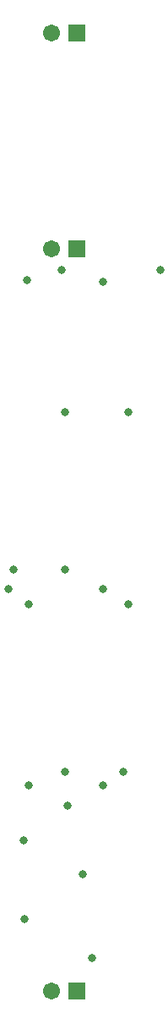
<source format=gbs>
G04*
G04 #@! TF.GenerationSoftware,Altium Limited,Altium Designer,22.10.1 (41)*
G04*
G04 Layer_Color=16711935*
%FSLAX25Y25*%
%MOIN*%
G70*
G04*
G04 #@! TF.SameCoordinates,D5E8C374-DC9F-4CCB-AA59-07C5174D7588*
G04*
G04*
G04 #@! TF.FilePolarity,Negative*
G04*
G01*
G75*
%ADD22R,0.06706X0.06706*%
%ADD23C,0.06706*%
%ADD34C,0.03200*%
D22*
X239000Y395000D02*
D03*
Y310000D02*
D03*
X239000Y17500D02*
D03*
D23*
X229000Y395000D02*
D03*
Y310000D02*
D03*
X229000Y17500D02*
D03*
D34*
X245000Y30500D02*
D03*
X234500Y104000D02*
D03*
X257500D02*
D03*
X220000Y98500D02*
D03*
X234500Y183500D02*
D03*
X214000D02*
D03*
X234500Y245500D02*
D03*
X259500D02*
D03*
X235500Y90500D02*
D03*
X272091Y301500D02*
D03*
X233000D02*
D03*
X249500Y176000D02*
D03*
X212000D02*
D03*
X220000Y170000D02*
D03*
X259500D02*
D03*
X218000Y77000D02*
D03*
X241500Y63500D02*
D03*
X249500Y98500D02*
D03*
X219500Y297500D02*
D03*
X249500Y297000D02*
D03*
X218500Y46000D02*
D03*
M02*

</source>
